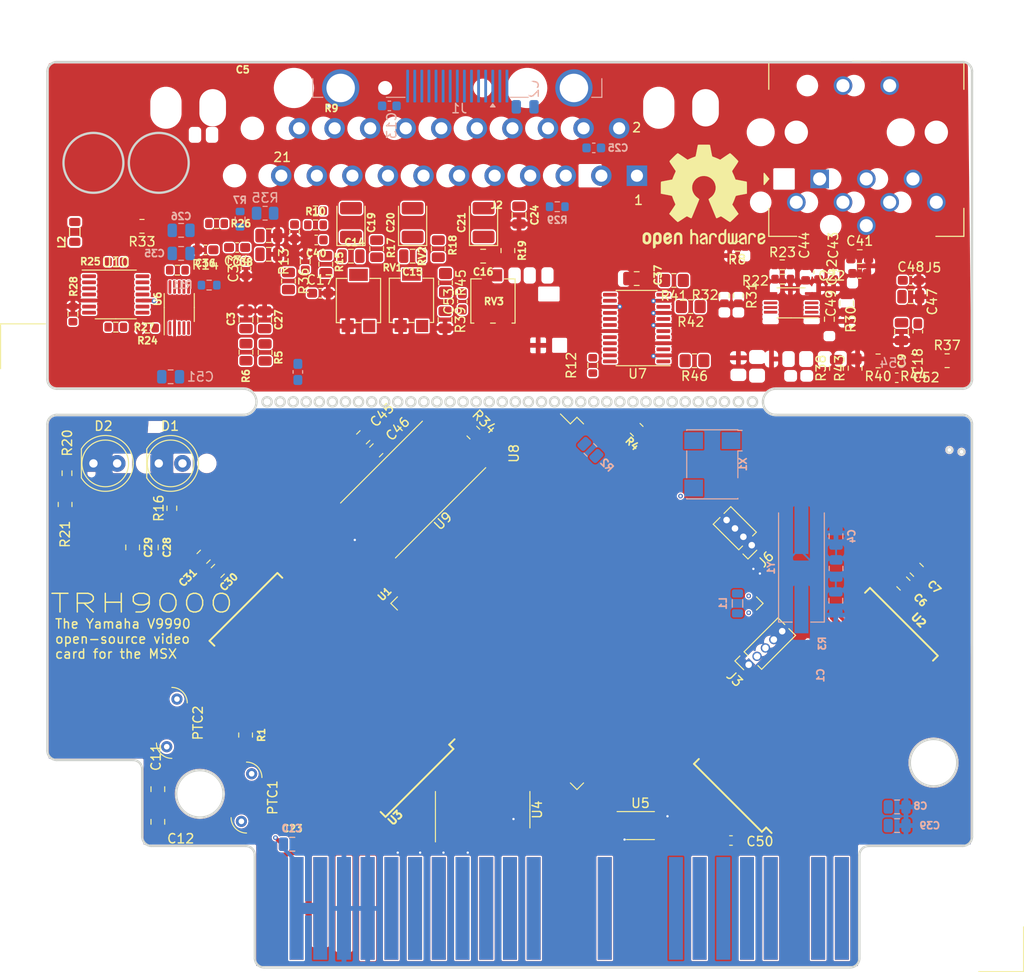
<source format=kicad_pcb>
(kicad_pcb (version 20211014) (generator pcbnew)
  (title_block (date "2022-08-08") (rev "AB") (comment 2 "Shared under CERN-OHL-S license") (comment 3 "TRH9000 - Open Source MSX Graphics Card based on the Yamaha V9990") (comment 4 "Designed  by: Cristiano Goncalves, Doomn00b, SD_snatcher & Sunrise"))
  (layers (0 "F.Cu" mixed "More_Digital") (1 "In1.Cu" power "GND") (2 "In2.Cu" power "POWER") (31 "B.Cu" mixed "More_Analog") (34 "B.Paste" user) (35 "F.Paste" user) (36 "B.SilkS" user "B.Silkscreen") (37 "F.SilkS" user "F.Silkscreen") (38 "B.Mask" user) (39 "F.Mask" user) (44 "Edge.Cuts" user))
  (net 0 "")
  (net 1 "GND")
  (net 2 "+5VA")
  (net 3 "+5V")
  (net 4 "/VIDEO/ROUT")
  (net 5 "/VIDEO/GOUT")
  (net 6 "/VIDEO/BOUT")
  (net 8 "VMID")
  (net 13 "/~{WAIT}")
  (net 14 "/~{M1}")
  (net 15 "/~{RESET}")
  (net 16 "/A7")
  (net 17 "/A1")
  (net 18 "/A3")
  (net 19 "/A5")
  (net 20 "/D1")
  (net 21 "/D3")
  (net 22 "/D5")
  (net 23 "/D7")
  (net 24 "+12V")
  (net 25 "/D6")
  (net 26 "/D4")
  (net 27 "/D2")
  (net 28 "/D0")
  (net 29 "/A4")
  (net 30 "/A2")
  (net 31 "/A0")
  (net 32 "/A6")
  (net 33 "/~{IORQ}")
  (net 34 "/~{WR}")
  (net 35 "/~{RD}")
  (net 38 "/VDP/~{VDPW}")
  (net 39 "/VDP/~{VDPR}")
  (net 41 "/GNDe")
  (net 42 "Net-(C42-Pad1)")
  (net 43 "/~{CSYNCe_}")
  (net 44 "/SOUNDOUT")
  (net 45 "/~{CSYNCe}")
  (net 46 "Net-(J5-PadSH)")
  (net 47 "/VDP/~{CSYNCi}")
  (net 48 "/VDP/V0A8")
  (net 49 "/VDP/V0A7")
  (net 50 "/VDP/V0A6")
  (net 51 "/VDP/V0A5")
  (net 52 "/VDP/V0A4")
  (net 53 "/VDP/V0A3")
  (net 54 "/VDP/V0A2")
  (net 55 "/VDP/V0A1")
  (net 56 "/VDP/V0A0")
  (net 57 "/VDP/V0D7")
  (net 58 "/VDP/V0D6")
  (net 59 "/VDP/V0D5")
  (net 60 "/VDP/V0D4")
  (net 61 "/VDP/V0D3")
  (net 62 "/VDP/V0D2")
  (net 63 "/VDP/V0D1")
  (net 64 "/VDP/V0D0")
  (net 65 "/VDP/V0S7")
  (net 66 "/VDP/V0S6")
  (net 67 "/VDP/V0S5")
  (net 68 "/VDP/V0S4")
  (net 69 "/VDP/V0S3")
  (net 70 "/VDP/V0S2")
  (net 71 "/VDP/V0S1")
  (net 72 "/VDP/V0S0")
  (net 73 "/VDP/V1S7")
  (net 74 "/VDP/V1S6")
  (net 75 "/VDP/V1S5")
  (net 76 "/VDP/V1S4")
  (net 77 "/VDP/V1S3")
  (net 78 "/VDP/V1S2")
  (net 79 "/VDP/V1S1")
  (net 80 "/VDP/V1S0")
  (net 83 "/VDP/V1A8")
  (net 84 "/VDP/V1A7")
  (net 85 "/VDP/V1A6")
  (net 86 "/VDP/V1A5")
  (net 87 "/VDP/V1A4")
  (net 88 "/VDP/V1A3")
  (net 89 "/VDP/V1A2")
  (net 90 "/VDP/V1A1")
  (net 91 "/VDP/V1A0")
  (net 92 "/VDP/V1D0")
  (net 93 "/VDP/V1D1")
  (net 94 "/VDP/V1D2")
  (net 95 "/VDP/V1D3")
  (net 96 "/VDP/V1D4")
  (net 97 "/VDP/V1D5")
  (net 98 "/VDP/V1D6")
  (net 99 "/VDP/V1D7")
  (net 100 "/V9958_HSYNC")
  (net 122 "/~{INT}")
  (net 123 "/VDP/VMREQ")
  (net 124 "/VIDEO/Rm")
  (net 125 "/VIDEO/Gm")
  (net 126 "/VDP/MCKIN")
  (net 127 "/~{Y6}")
  (net 128 "/VIDEO/Bm")
  (net 129 "/VDP/Ri")
  (net 130 "/VIDEO/RO")
  (net 131 "/VIDEO/RIN")
  (net 132 "/VIDEO/GO")
  (net 133 "/VIDEO/GIN")
  (net 134 "/VIDEO/BO")
  (net 135 "/VIDEO/BIN")
  (net 136 "Net-(C32-Pad1)")
  (net 140 "/VIDEO/+12V-1K")
  (net 144 "/VDP/Gi")
  (net 145 "/VIDEO/~{CSYNCi_}")
  (net 146 "/VIDEO/HSYNC")
  (net 147 "/VIDEO/HSOUT")
  (net 148 "/VIDEO/VSYNC")
  (net 149 "/VIDEO/VSOUT")
  (net 150 "/VDP/~{V0_RAS}")
  (net 151 "/VDP/~{V0_CAS}")
  (net 152 "/VDP/~{V0_WE}")
  (net 153 "/VDP/~{V0_TR}")
  (net 154 "/VDP/~{V0_SC}")
  (net 155 "/VDP/~{VO_SOE}")
  (net 156 "/VDP/~{V1_RAS}")
  (net 157 "/VDP/~{V1_CAS}")
  (net 158 "/VDP/~{V1_WE}")
  (net 159 "/VDP/~{V1_TR}")
  (net 160 "/VDP/~{V1_SC}")
  (net 161 "/VDP/~{V1_SOE}")
  (net 163 "/V9958_VSYNC")
  (net 164 "/VIDEO/RO_")
  (net 165 "Net-(J2-Pad21)")
  (net 166 "+12VA")
  (net 167 "/VIDEO/2.5VA")
  (net 168 "/VIDEO/Col_GND")
  (net 169 "Net-(C40-Pad1)")
  (net 170 "/VIDEO/GO_")
  (net 171 "/VIDEO/BO_")
  (net 172 "Net-(J1-PadSH)")
  (net 173 "/VDP/Y+")
  (net 174 "/VDP/Y-")
  (net 175 "/VIDEO/GNDD")
  (net 176 "/VIDEO/VGA_GND")
  (net 177 "/VIDEO/~{CSYNCO}")
  (net 178 "/VIDEO/~{CSYNCA}")
  (net 179 "/VIDEO/CSOUT")
  (net 180 "Net-(D1-Pad1)")
  (net 181 "+5VP")
  (net 182 "Net-(D2-Pad1)")
  (net 183 "Net-(R20-Pad1)")
  (net 184 "/VDP/R")
  (net 185 "/VIDEO/AUGND")
  (net 188 "/VDP/Bi")
  (net 189 "/Re")
  (net 190 "/Ge")
  (net 191 "/Be")
  (net 192 "/VDP/~{KWE}")
  (net 193 "/VDP/KA16")
  (net 194 "/VDP/KA15")
  (net 195 "/VDP/KA14")
  (net 196 "/VDP/KA13")
  (net 197 "/VDP/KA12")
  (net 198 "/VDP/KA11")
  (net 200 "/VDP/KA10")
  (net 201 "/VDP/KA9")
  (net 202 "/VDP/~{KOE}")
  (net 203 "/VDP/~{YSi}")
  (net 209 "/VIDEO/REXTi")
  (net 210 "/REXTe")
  (net 211 "/HSOe")
  (net 212 "/VSOe")
  (net 217 "/VDP/G")
  (net 218 "/VDP/B")
  (net 219 "12VP")
  (net 220 "/VIDEO/HSYNCA")
  (net 221 "/VIDEO/VSYNCA")
  (net 223 "Net-(R12-Pad2)")
  (net 224 "Net-(R13-Pad1)")
  (net 225 "/VIDEO/~{CSYNCA}_")
  (net 226 "/VIDEO/HSYNCA_")
  (net 227 "/VIDEO/VSYNCA_")
  (footprint "Package_SO:VSSOP-10_3x3mm_P0.5mm" (layer "F.Cu") (at 177.9425 55.8 180)
    (fp_text reference "U8")
    (fp_text value "LMH1980" hide)
  )
  (footprint "Resistor_SMD:R_0603_1608Metric_Pad0.98x0.95mm_HandSolder" (layer "F.Cu") (at 100.365 74.05 90)
    (fp_text reference "R20")
    (fp_text value "R_RT0603BRE075KL" hide)
  )
  (footprint "Resistor_SMD:R_0805_2012Metric" (layer "F.Cu") (at 182.8 62.8 90)
    (fp_text reference "R38")
    (fp_text value "75R" hide)
  )
  (footprint "Resistor_SMD:R_0805_2012Metric" (layer "F.Cu") (at 124.0925 53.4625 -90)
    (fp_text reference "R36")
    (fp_text value "100R" hide)
  )
  (footprint "Capacitor_SMD:C_0603_1608Metric" (layer "F.Cu") (at 185.2925 52.65)
    (fp_text reference "C22")
    (fp_text value "47pF" hide)
  )
  (footprint "Package_SO:SSOP-8_2.95x2.8mm_P0.65mm" (layer "F.Cu") (at 161.8 111.8)
    (fp_text reference "U5")
    (fp_text value "T.I_SN74LVC2G32DCTR" hide)
  )
  (footprint "Capacitor_SMD:C_0603_1608Metric" (layer "F.Cu") (at 119.5425 52.125 -90)
    (fp_text reference "C33")
    (fp_text value "47pF" hide)
  )
  (footprint "Capacitor_SMD:C_0603_1608Metric_Pad1.08x0.95mm_HandSolder" (layer "F.Cu") (at 118.5925 49.8695)
    (fp_text reference "C34")
    (fp_text value "C_CL10B104KB8NNNL" hide)
  )
  (footprint "Package_SO:TSOP-I-32_12.4x8mm_P0.5mm" (layer "F.Cu") (at 137 75.8 -135)
    (fp_text reference "U9")
    (fp_text value "SST39SF010A-lrj" hide)
  )
  (footprint "Capacitor_SMD:C_0805_2012Metric" (layer "F.Cu") (at 110.1 107.9 90)
    (fp_text reference "C11")
    (fp_text value "C_CC0805JPX7R9BB104" hide)
  )
  (footprint "Capacitor_SMD:C_0603_1608Metric_Pad1.08x0.95mm_HandSolder" (layer "F.Cu") (at 115.1925 50.1195 180)
    (fp_text reference "C36")
    (fp_text value "C_CL10B104KB8NNNL" hide)
  )
  (footprint "LRJ:Fuse_BelFuse_0ZRC0025FF_L7.4mm_W3.1mm" (layer "F.Cu") (at 111.6 100.8 90)
    (fp_text reference "PTC2")
    (fp_text value "F_0ZRC0025FF1E" hide)
  )
  (footprint "Resistor_SMD:R_0603_1608Metric" (layer "F.Cu") (at 116.3925 47.307 180)
    (fp_text reference "R26")
    (fp_text value "100" hide)
  )
  (footprint "Potentiometer_SMD:Potentiometer_Bourns_3314G_Vertical" (layer "F.Cu") (at 131.5925 55.55 180)
    (fp_text reference "RV1")
    (fp_text value "500R" hide)
  )
  (footprint "Capacitor_SMD:C_0603_1608Metric_Pad1.08x0.95mm_HandSolder" (layer "F.Cu") (at 142.717502 55.654545 90)
    (fp_text reference "C53")
    (fp_text value "C_CL10B104KB8NNNL" hide)
  )
  (footprint "Resistor_SMD:R_0805_2012Metric" (layer "F.Cu") (at 147.6 50.2 -90)
    (fp_text reference "R19")
    (fp_text value "75R" hide)
  )
  (footprint "Package_SO:VSSOP-10_3x3mm_P0.5mm" (layer "F.Cu") (at 112.3925 56.3 90)
    (fp_text reference "U6")
    (fp_text value "LMH1980" hide)
  )
  (footprint "Capacitor_SMD:C_0603_1608Metric" (layer "F.Cu") (at 124.7425 48.182 -90)
    (fp_text reference "C32" hide)
    (fp_text value "47pF" hide)
  )
  (footprint "LRJ:R_0603_1608Metric_roundcourt" (layer "F.Cu") (at 182.0425 57.55 -90)
    (fp_text reference "R30")
    (fp_text value "R_RC0603FR-0710KL" hide)
  )
  (footprint "Capacitor_Tantalum_SMD:CP_EIA-3528-15_AVX-H" (layer "F.Cu") (at 137.3925 47.2 90)
    (fp_text reference "C20")
    (fp_text value "C_TCJB227" hide)
  )
  (footprint "Potentiometer_SMD:Potentiometer_Bourns_3314G_Vertical" (layer "F.Cu") (at 137.2675 55.5305 180)
    (fp_text reference "RV2")
    (fp_text value "500R" hide)
  )
  (footprint "Resistor_SMD:R_0603_1608Metric" (layer "F.Cu") (at 111.6 77.8 -90)
    (fp_text reference "R16")
    (fp_text value "120R" hide)
  )
  (footprint "Capacitor_SMD:C_0805_2012Metric" (layer "F.Cu") (at 119.5425 57.6125 90)
    (fp_text reference "C3")
    (fp_text value "C_GRM21BR61A476ME15K" hide)
  )
  (footprint "LRJ:Fuse_BelFuse_0ZRC0025FF_L7.4mm_W3.1mm" (layer "F.Cu") (at 119.6 108.8 90)
    (fp_text reference "PTC1")
    (fp_text value "F_0ZRC0025FF1E" hide)
  )
  (footprint "Capacitor_SMD:C_0603_1608Metric_Pad1.08x0.95mm_HandSolder" (layer "F.Cu") (at 171.5 113.4 180)
    (fp_text reference "C50")
    (fp_text value "C_CL10B104KB8NNNL" hide)
  )
  (footprint "LRJ:C_0603_1608Metric_round_court" (layer "F.Cu") (at 182.4925 52.5125 -90)
    (fp_text reference "C43")
    (fp_text value "47pF" hide)
  )
  (footprint "Capacitor_SMD:C_0805_2012Metric" (layer "F.Cu") (at 189.7675 58.8875 -90)
    (fp_text reference "C9")
    (fp_text value "C_CL21B106KOQNNNE" hide)
  )
  (footprint "Capacitor_SMD:C_0805_2012Metric" (layer "F.Cu") (at 185.2925 50.85)
    (fp_text reference "C41")
    (fp_text value "C_CC0805JPX7R9BB104" hide)
  )
  (footprint "Resistor_SMD:R_0805_2012Metric" (layer "F.Cu") (at 187.2625 62.02 180)
    (fp_text reference "R40")
    (fp_text value "75R" hide)
  )
  (footprint "Resistor_SMD:R_0805_2012Metric" (layer "F.Cu") (at 194.66 62)
    (fp_text reference "R37")
    (fp_text value "100R" hide)
  )
  (footprint "Capacitor_SMD:C_0805_2012Metric" (layer "F.Cu") (at 121.9925 50.6)
    (fp_text reference "C38")
    (fp_text value "C_CL21B106KOQNNNE" hide)
  )
  (footprint "Capacitor_SMD:C_0805_2012Metric_Pad1.18x1.45mm_HandSolder" (layer "F.Cu") (at 116.52028 84.520279 -135)
    (fp_text reference "C30")
    (fp_text value "C_CL21B105KBFNNNF" hide)
  )
  (footprint "Capacitor_SMD:C_0805_2012Metric" (layer "F.Cu") (at 110.1 111.4 -90)
    (fp_text reference "C12")
    (fp_text value "C_CL21B106KOQNNNE" hide)
  )
  (footprint "Resistor_SMD:R_0603_1608Metric" (layer "F.Cu") (at 105.6 58.4 180)
    (fp_text reference "R27")
    (fp_text value "100" hide)
  )
  (footprint "Resistor_SMD:R_0603_1608Metric" (layer "F.Cu") (at 172.1925 49.75)
    (fp_text reference "R8")
    (fp_text value "R_ERJ-3GEYJ105V" hide)
  )
  (footprint "Connector_PinSocket_1.27mm:PinSocket_1x04_P1.27mm_Vertical" (layer "F.Cu") (at 173.725825 81.761181 -135)
    (fp_text reference "J6")
    (fp_text value "Conn_01x04_Female")
  )
  (footprint "Resistor_SMD:R_0805_2012Metric" (layer "F.Cu") (at 140.867502 57.614545 -90)
    (fp_text reference "R39")
    (fp_text value "75R" hide)
  )
  (footprint "LRJ:SCART-21_Female_Horizontal_P1.905x2.54mm_EdgePinOffset10.7mm" (layer "F.Cu") (at 142.375 26.4)
    (fp_text reference "J2")
    (fp_text value "Console5_SCART" hide)
  )
  (footprint "Symbol:OSHW-Logo2_14.6x12mm_SilkScreen" (layer "F.Cu") (at 168.6 44.4)
    (fp_text reference "LOGO1" hide)
    (fp_text value "Logo_Open_Hardware_Small" hide)
  )
  (footprint "Resistor_SMD:R_0805_2012Metric" (layer "F.Cu") (at 119.5 102.1 90)
    (fp_text reference "R1")
    (fp_text value "4K7" hide)
  )
  (footprint "Capacitor_SMD:C_0603_1608Metric" (layer "F.Cu") (at 180.8925 52.5125 -90)
    (fp_text reference "C42")
    (fp_text value "47pF" hide)
  )
  (footprint "Package_SO:TSSOP-14_4.4x5mm_P0.65mm" (layer "F.Cu") (at 105.5925 54.9)
    (fp_text reference "U10")
    (fp_text value "THS7374-lrj" hide)
  )
  (footprint "Capacitor_SMD:C_0805_2012Metric" (layer "F.Cu") (at 191.4 84.4 135)
    (fp_text reference "C7")
    (fp_text value "C_CC0805JPX7R9BB104" hide)
  )
  (footprint "Capacitor_Tantalum_SMD:CP_EIA-3528-15_AVX-H" (layer "F.Cu") (at 130.7925 47.2 90)
    (fp_text reference "C19")
    (fp_text value "C_TCJB227" hide)
  )
  (footprint "Capacitor_SMD:C_0603_1608Metric_Pad1.08x0.95mm_HandSolder" (layer "F.Cu") (at 191.5175 58.8875 -90)
    (fp_text reference "C18")
    (fp_text value "C_CL10B104KB8NNNL" hide)
  )
  (footprint "Resistor_SMD:R_0603_1608Metric" (layer "F.Cu") (at 105.6 51.4)
    (fp_text reference "R25")
    (fp_text value "100" hide)
  )
  (footprint "Resistor_SMD:R_0805_2012Metric" (layer "F.Cu") (at 140.1425 50 -90)
    (fp_text reference "R18")
    (fp_text value "75R" hide)
  )
  (footprint "Resistor_SMD:R_0603_1608Metric" (layer "F.Cu") (at 112.1925 52.3)
    (fp_text reference "R14")
    (fp_text value "75" hide)
  )
  (footprint "Resistor_SMD:R_0805_2012Metric_Pad1.20x1.40mm_HandSolder" (layer "F.Cu") (at 165.3925 53.4 180)
    (fp_text reference "R41")
    (fp_text value "R_CRCW08054K99FKEAHP" hide)
  )
  (footprint "Connector_PinSocket_1.27mm:PinSocket_1x05_P1.27mm_Vertical" (layer "F.Cu") (at 173.396878 94.567767 135)
    (fp_text reference "J3")
    (fp_text value "Conn_01x05_Female")
  )
  (footprint "LRJ:Jack_DIN_CUI_SDF-80J_Horizontal" (layer "F.Cu") (at 186 37.525 180)
    (fp_text reference "J5")
    (fp_text value "DIN-8_SDF-80J")
  )
  (footprint "LRJ:R_0603_1608Metric_roundcourt" (layer "F.Cu") (at 108.9925 58.5)
    (fp_text reference "R24")
    (fp_text value "R_RC0603FR-0710KL" hide)
  )
  (footprint "Capacitor_SMD:C_0603_1608Metric_Pad1.08x0.95mm_HandSolder" (layer "F.Cu") (at 189.2625 63.82)
    (fp_text reference "C52")
    (fp_text value "C_CL10B104KB8NNNL" hide)
  )
  (footprint "Capacitor_SMD:C_0805_2012Metric" (layer "F.Cu") (at 124.5 113.8)
    (fp_text reference "C23")
    (fp_text value "C_CL21B106KOQNNNE" hide)
  )
  (footprint "Potentiometer_SMD:Potentiometer_Bourns_3314G_Vertical" (layer "F.Cu") (at 146 55.6 180)
    (fp_text reference "RV3")
    (fp_text value "500R" hide)
  )
  (footprint "Capacitor_SMD:C_0805_2012Metric" (layer "F.Cu") (at 115 83 -135)
    (fp_text reference "C31")
    (fp_text value "C_CC0805JPX7R9BB104" hide)
  )
  (footprint "Package_SO:SO-16_3.9x9.9mm_P1.27mm" (layer "F.Cu") (at 144.9 110.1 90)
    (fp_text reference "U4" hide)
    (fp_text value "74VHC138" hide)
  )
  (footprint "Capacitor_SMD:C_0603_1608Metric_Pad1.08x0.95mm_HandSolder" (layer "F.Cu") (at 190.7675 53.3875)
    (fp_text reference "C48")
    (fp_text value "C_CL10B104KB8NNNL" hide)
  )
  (footprint "trh9000:msx_edge-conn-LP_v2" (layer "F.Cu") (at 152.9 120.8)
    (fp_text reference "BUS1" hide)
    (fp_text value "MSX-CONN_L-P_v2")
  )
  (footprint "Resistor_SMD:R_0805_2012Metric" (layer "F.Cu") (at 161.4 69.4 135)
    (fp_text reference "R4")
    (fp_text value "4K7" hide)
  )
  (footprint "trh9000:LQFP-128_28x28mm_P0.8mm" (layer "F.Cu") (at 155 88 -45)
    (fp_text reference "U1")
    (fp_text value "V9990" hide)
  )
  (footprint "LRJ:R_0603_1608Metric_roundcourt" (layer "F.Cu") (at 125.8925 51.382 90)
    (fp_text reference "R13")
    (fp_text value "R_RC0603FR-0710KL" hide)
  )
  (footprint "Capacitor_SMD:C_0805_2012Metric" (layer "F.Cu") (at 133.5 71.6 -135)
    (fp_text reference "C46")
    (fp_text value "C_CC0805JPX7R9BB104" hide)
  )
  (footprint "LRJ:C_0603_1608Metric_round_court" (layer "F.Cu") (at 179.4925 52.6125 90)
    (fp_text reference "C44")
    (fp_text value "C_CL10B104KB8NNNL" hide)
  )
  (footprint "Capacitor_SMD:C_0805_2012Metric" (layer "F.Cu") (at 183.8925 55.85 90)
    (fp_text reference "C49")
    (fp_text value "10nF" hide)
  )
  (footprint "Resistor_SMD:R_0805_2012Metric_Pad1.20x1.40mm_HandSolder" (layer "F.Cu") (at 167.1925 56.2 180)
    (fp_text reference "R42")
    (fp_text value "R_CRCW08054K99FKEAHP" hide)
  )
  (footprint "Inductor_SMD:L_0805_2012Metric" (layer "F.Cu") (at 101.2 48.2 90)
    (fp_text reference "L2")
    (fp_text value "L_MLZ2012M4R7HT000" hide)
  )
  (footprint "trh9000:SOJ-40_400mil" (layer "F.Cu") (at 180.6 99.4 135)
    (fp_text reference "U2")
    (fp_text value "KM428C256" hide)
  )
  (footprint "Resistor_SMD:R_0805_2012Metric" (layer "F.Cu") (at 143.9 69.7 -45)
    (fp_text reference "R34")
    (fp_text value "4K7" hide)
  )
  (footprint "LRJ:R_0603_1608Metric_roundcourt" (layer "F.Cu") (at 156.6925 62.5 90)
    (fp_text reference "R12")
    (fp_text value "R_RC0603FR-0710KL" hide)
  )
  (footprint "Capacitor_SMD:C_0603_1608Metric" (layer "F.Cu") (at 127.0675 49.0625 180)
    (fp_text reference "C40")
    (fp_text value "47pF" hide)
  )
  (footprint "Resistor_SMD:R_0805_2012Metric" (layer "F.Cu") (at 119.5425 61.0875 90)
    (fp_text reference "R6")
    (fp_text value "4K7" hide)
  )
  (footprint "Capacitor_SMD:C_0805_2012Metric" (layer "F.Cu") (at 121.9925 48.6)
    (fp_text reference "C5")
    (fp_text value "C_CC0805JPX7R9BB104" hide)
  )
  (footprint "Resistor_SMD:R_0805_2012Metric" (layer "F.Cu") (at 133.5425 50 -90)
    (fp_text reference "R17")
    (fp_text value "75R" hide)
  )
  (footprint "Capacitor_SMD:C_0805_2012Metric" (layer "F.Cu") (at 144.95 50.8 180)
    (fp_text reference "C16")
    (fp_text value "100nF" hide)
  )
  (footprint "Capacitor_SMD:C_0805_2012Metric" (layer "F.Cu") (at 137.3925 50.8 180)
    (fp_text reference "C15")
    (fp_text value "100nF" hide)
  )
  (footprint "Capacitor_SMD:C_0805_2012Metric" (layer "F.Cu") (at 130.7925 50.8 180)
    (fp_text reference "C14")
    (fp_text value "100nF" hide)
  )
  (footprint "Resistor_SMD:R_0603_1608Metric" (layer "F.Cu") (at 126.9925 45.9445 180)
    (fp_text reference "R9")
    (fp_text value "75" hide)
  )
  (footprint "Resistor_SMD:R_0603_1608Metric" (layer "F.Cu") (at 172.2925 55.0125 -90)
    (fp_text reference "R31")
    (fp_text value "100" hide)
  )
  (footprint "Capacitor_SMD:C_0805_2012Metric" (layer "F.Cu") (at 190.7675 55.1375)
    (fp_text reference "C47")
    (fp_text value "C_CL21B106KOQNNNE" hide)
  )
  (footprint "trh9000:MSX-cart-dummy_RA" (layer "F.Cu") (at 147.95 92.75)
    (fp_text reference "Cart1" hide)
    (fp_text value "MSX-cartridge_dummy" hide)
  )
  (footprint "Resistor_SMD:R_0603_1608Metric" (layer "F.Cu") (at 101 57 90)
    (fp_text reference "R28")
    (fp_text value "100" hide)
  )
  (footprint "Resistor_SMD:R_0805_2012Metric_Pad1.20x1.40mm_HandSolder" (layer "F.Cu") (at 140.917502 53.654545 -90)
    (fp_text reference "R45")
    (fp_text value "R_CRCW08054K99FKEAHP" hide)
  )
  (footprint "Resistor_SMD:R_0805_2012Metric" (layer "F.Cu") (at 121.5925 61.1125 -90)
    (fp_text reference "R5")
    (fp_text value "4K7" hide)
  )
  (footprint "Resistor_SMD:R_0603_1608Metric" (layer "F.Cu") (at 170.7925 55.0125 -90)
    (fp_text reference "R32")
    (fp_text value "100" hide)
  )
  (footprint "Capacitor_SMD:C_0805_2012Metric_Pad1.18x1.45mm_HandSolder" (layer "F.Cu") (at 109.4 82 -90)
    (fp_text reference "C28")
    (fp_text value "C_CL21B105KBFNNNF" hide)
  )
  (footprint "Resistor_SMD:R_0603_1608Metric" (layer "F.Cu") (at 126.9925 47.4445)
    (fp_text reference "R10")
    (fp_text value "100" hide)
  )
  (footprint "Resistor_SMD:R_0805_2012Metric" (layer "F.Cu") (at 100.165 77.4 -90)
    (fp_text reference "R21")
    (fp_text value "100R" hide)
  )
  (footprint "trh9000:SOJ-40_400mil" (layer "F.Cu") (at 128.7 97.8 -135)
    (fp_text reference "U3")
    (fp_text value "KM428C256" hide)
  )
  (footprint "Resistor_SMD:R_0805_2012Metric_Pad1.20x1.40mm_HandSolder" (layer "F.Cu") (at 184.8 62.8 90)
    (fp_text reference "R43")
    (fp_text value "R_CRCW08054K99FKEAHP" hide)
  )
  (footprint "LED_THT:LED_D5.0mm" (layer "F.Cu") (at 103.2 73)
    (fp_text reference "D2")
    (fp_text value "LO_LED_LTL2R3K" hide)
  )
  (footprint "Capacitor_SMD:C_0805_2012Metric" (layer "F.Cu") (at 107.4 82 -90)
    (fp_text reference "C29")
    (fp_text value "C_CC0805JPX7R9BB104" hide)
  )
  (footprint "LRJ:R_0603_1608Metric_roundcourt" (layer "F.Cu") (at 176.9925 51.725 180)
    (fp_text reference "R23")
    (fp_text value "100" hide)
  )
  (footprint "LED_THT:LED_D5.0mm" (layer "F.Cu") (at 110.2 73)
    (fp_text reference "D1")
    (fp_text value "SunLED_XCVG12D" hide)
  )
  (footprint "Capacitor_Tantalum_SMD:CP_EIA-3528-15_AVX-H" (layer "F.Cu") (at 144.9925 47.2 90)
    (fp_text reference "C21")
    (fp_text value "C_TCJB227" hide)
  )
  (footprint "Capacitor_SMD:C_0805_2012Metric" (layer "F.Cu") (at 121.5425 57.6125 -90)
    (fp_text reference "C27")
    (fp_text value "10nF" hide)
  )
  (footprint "Resistor_SMD:R_0805_2012Metric" (layer "F.Cu") (at 108.4 47.6 180)
    (fp_text reference "R33")
    (fp_text value "75R" hide)
  )
  (footprint "Capacitor_SMD:C_0805_2012Metric" (layer "F.Cu") (at 161.4 53.2)
    (fp_text reference "C37")
    (fp_text value "C_CC0805JPX7R9BB104" hide)
  )
  (footprint "Capacitor_SMD:C_0805_2012Metric" (layer "F.Cu") (at 132.1 70.2 -135)
    (fp_text reference "C45")
    (fp_text value "C_CL21B106KOQNNNE" hide)
  )
  (footprint "Resistor_SMD:R_0603_1608Metric" (layer "F.Cu") (at 177.0425 53.2625)
    (fp_text reference "R22")
    (fp_text value "75" hide)
  )
  (footprint "Resistor_SMD:R_0805_2012Metric" (layer "F.Cu") (at 128.0925 51.6625 -90)
    (fp_text reference "R15")
    (fp_text value "75R" hide)
  )
  (footprint "Resistor_SMD:R_0805_2012Metric_Pad1.20x1.40mm_HandSolder" (layer "F.Cu") (at 167.5925 62 180)
    (fp_text reference "R46")
    (fp_text value "R_CRCW08054K99FKEAHP" hide)
  )
  (footprint "Package_SO:TSSOP-24_4.4x7.8mm_P0.65mm" (layer "F.Cu") (at 161.3925 58.5 180)
    (fp_text reference "U7")
    (fp_text value "AD8188" hide)
  )
  (footprint "Capacitor_SMD:C_0805_2012Metric" (layer "F.Cu") (at 189.971751 85.871751 -45)
    (fp_text reference "C6")
    (fp_text value "10nF" hide)
  )
  (footprint "Capacitor_SMD:C_0603_1608Metric_Pad1.08x0.95mm_HandSolder" (layer "F.Cu") (at 127.4925 54.7695)
    (fp_text reference "C17")
    (fp_text value "C_CL10B104KB8NNNL" hide)
  )
  (footprint "Resistor_SMD:R_0805_2012Metric_Pad1.20x1.40mm_HandSolder" (layer "F.Cu") (at 191.0625 62.02 180)
    (fp_text reference "R44")
    (fp_text value "R_CRCW08054K99FKEAHP" hide)
  )
  (footprint "Capacitor_SMD:C_0805_2012Metric" (layer "F.Cu") (at 148.7925 46.4 -90)
    (fp_text reference "C24")
    (fp_text value "C_CC0805JPX7R9BB104" hide)
  )
  (footprint "Capacitor_SMD:C_0603_1608Metric" (layer "B.Cu") (at 156.8 39.2 180)
    (fp_text reference "C25")
    (fp_text value "C_GRM188D71A106KA73D" hide)
  )
  (footprint "Capacitor_SMD:C_0805_2012Metric" (layer "B.Cu") (at 111.47 63.72 180)
    (fp_text reference "C51")
    (fp_text value "C_CL21B106KOQNNNE" hide)
  )
  (footprint "Resistor_SMD:R_0805_2012Metric" (layer "B.Cu") (at 156.441942 71.558058 135)
    (fp_text reference "R2")
    (fp_text value "4K7" hide)
  )
  (footprint "Capacitor_SMD:C_0603_1608Metric" (layer "B.Cu") (at 134.9 34.7)
    (fp_text reference "C13")
    (fp_text value "C_GRM188D71A106KA73D" hide)
  )
  (footprint "Capacitor_SMD:C_0805_2012Metric" (layer "B.Cu") (at 182.733045 87.711268 -90)
    (fp_text reference "C1")
    (fp_text value "27pF" hide)
  )
  (footprint "Capacitor_SMD:C_0805_2012Metric" (layer "B.Cu") (at 189.3 109.8 180)
    (fp_text reference "C8")
    (fp_text value "10nF" hide)
  )
  (footprint "trh9000:Crystal_HC49-US_Vertical_cy_mod" (layer "B.Cu") (at 179.05 84.2 90)
    (fp_text reference "Y1")
    (fp_text value "Y_HCM4921477270ABJT" hide)
  )
  (footprint "Resistor_SMD:R_0603_1608Metric" (layer "B.Cu") (at 115.5925 53.9)
    (fp_text reference "R11")
    (fp_text value "R_ERJ-3GEYJ105V" hide)
  )
  (footprint "Resistor_SMD:R_0603_1608Metric" (layer "B.Cu") (at 118.9125 46.8375 90)
    (fp_text reference "R7")
    (fp_text value "R_ERJ-3GEYJ105V" hide)
  )
  (footprint "Resistor_SMD:R_0805_2012Metric" (layer "B.Cu") (at 121.5925 46.2 180)
    (fp_text reference "R35")
    (fp_text value "75R" hide)
  )
  (footprint "Capacitor_SMD:C_0805_2012Metric" (layer "B.Cu") (at 124.5 113.8)
    (fp_text reference "C10")
    (fp_text value "C_CC0805JPX7R9BB104" hide)
  )
  (footprint "Capacitor_SMD:C_0805_2012Metric" (layer "B.Cu") (at 112.5925 50.507 180)
    (fp_text reference "C35")
    (fp_text value "C_CL21B106KOQNNNE" hide)
  )
  (footprint "Inductor_SMD:L_0805_2012Metric" (layer "B.Cu") (at 172.2 88 -90)
    (fp_text reference "L1")
    (fp_text value "L_MLZ2012M4R7HT000" hide)
  )
  (footprint "LRJ:C_0805_2012Metric_round_court" (layer "B.Cu") (at 149.45 34.8)
    (fp_text reference "C2")
    (fp_text value "C_CC0805JPX7R9BB104" hide)
  )
  (footprint "Oscillator:Oscillator_SMD_Abracon_ASV-4Pin_7.0x5.1mm" (layer "B.Cu") (at 169.5 73.1 -90)
    (fp_text reference "X1")
    (fp_text value "Crystek_CE3291" hide)
  )
  (footprint "Capacitor_SMD:C_0805_2012Metric" (layer "B.Cu") (at 189.3 111.8)
    (fp_text reference "C39")
    (fp_text value "C_CL21B106KOQNNNE" hide)
  )
  (footprint "Capacitor_SMD:C_0805_2012Metric" (layer "B.Cu") (at 112.5925 48.032)
    (fp_text reference "C26")
    (fp_text value "10nF" hide)
  )
  (footprint "Resistor_SMD:R_0805_2012Metric" (layer "B.Cu") (at 182.76 84.249999 -90)
    (fp_text reference "R3")
    (fp_text value "10M" hide)
  )
  (footprint "Resistor_SMD:R_0603_1608Metric" (layer "B.Cu") (at 152.8925 45.5)
    (fp_text reference "R29")
    (fp_text value "1k" hide)
  )
  (footprint "Capacitor_SMD:C_0603_1608Metric_Pad1.08x0.95mm_HandSolder" (layer "B.Cu") (at 125.1 63.2 90)
    (fp_text reference "C54")
    (fp_text value "C_CL10B104KB8NNNL" hide)
  )
  (footprint "LRJ:Norcomp_DSUB-15-HD_Female_Horizontal_SMD_P0.77x1.98mm" (layer "B.Cu") (at 142.18 29.38)
    (fp_text reference "J1")
    (fp_text value "Norcomp_200-015-263R001" hide)
  )
  (footprint "Capacitor_SMD:C_0805_2012Metric" (layer "B.Cu") (at 182.75 80.8 90)
    (fp_text reference "C4")
    (fp_text value "27pF" hide)
  )
  (gr_line (start 196.32625 67.8) (end 176.32625 67.8) (layer "Edge.Cuts") (width 0.25))
  (gr_circle (center 152.6 66.4) (end 153.1 66.4) (layer "Edge.Cuts") (width 0.25) (fill none))
  (gr_arc (start 185.26125 114.9825) (mid 185.554143 114.275393) (end 186.26125 113.9825) (layer "Edge.Cuts") (width 0.25))
  (gr_circle (center 123.2 66.4) (end 123.7 66.4) (layer "Edge.Cuts") (width 0.25) (fill none))
  (gr_circle (center 155.4 66.4) (end 155.9 66.4) (layer "Edge.Cuts") (width 0.25) (fill none))
  (gr_line (start 108.42625 105.775) (end 108.42625 112.9825) (layer "Edge.Cuts") (width 0.25))
  (gr_circle (center 148.4 66.4) (end 148.9 66.4) (layer "Edge.Cuts") (width 0.25) (fill none))
  (gr_circle (center 134.4 66.4) (end 134.9 66.4) (layer "Edge.Cuts") (width 0.25) (fill none))
  (gr_arc (start 119.49125 113.9825) (mid 120.198357 114.275393) (end 120.49125 114.9825) (layer "Edge.Cuts") (width 0.25))
  (gr_arc (start 98.26625 68.8) (mid 98.559143 68.092893) (end 99.26625 67.8) (layer "Edge.Cuts") (width 0.25))
  (gr_circle (center 144.2 66.4) (end 144.7 66.4) (layer "Edge.Cuts") (width 0.25) (fill none))
  (gr_circle (center 159.6 66.4) (end 160.1 66.4) (layer "Edge.Cuts") (width 0.25) (fill none))
  (gr_circle (center 135.8 66.4) (end 136.3 66.4) (layer "Edge.Cuts") (width 0.25) (fill none))
  (gr_line (start 197.32625 112.9825) (end 197.32625 68.8) (layer "Edge.Cuts") (width 0.25))
  (gr_line (start 98.26625 31) (end 98.26625 64) (layer "Edge.Cuts") (width 0.25))
  (gr_circle (center 137.2 66.4) (end 137.7 66.4) (layer "Edge.Cuts") (width 0.25) (fill none))
  (gr_arc (start 174.92625 66.4) (mid 175.336301 65.410051) (end 176.32625 65) (layer "Edge.Cuts") (width 0.25))
  (gr_circle (center 169.4 66.4) (end 169.9 66.4) (layer "Edge.Cuts") (width 0.25) (fill none))
  (gr_circle (center 172.3 66.4) (end 172.8 66.4) (layer "Edge.Cuts") (width 0.25) (fill none))
  (gr_circle (center 147 66.4) (end 147.5 66.4) (layer "Edge.Cuts") (width 0.25) (fill none))
  (gr_circle (center 127.4 66.4) (end 127.9 66.4) (layer "Edge.Cuts") (width 0.25) (fill none))
  (gr_line (start 120.49125 114.9825) (end 120.49125 126) (layer "Edge.Cuts") (width 0.25))
  (gr_circle (center 166.6 66.4) (end 167.1 66.4) (layer "Edge.Cuts") (width 0.25) (fill none))
  (gr_circle (center 168 66.4) (end 168.5 66.4) (layer "Edge.Cuts") (width 0.25) (fill none))
  (gr_circle (center 142.8 66.4) (end 143.3 66.4) (layer "Edge.Cuts") (width 0.25) (fill none))
  (gr_circle (center 165.2 66.4) (end 165.7 66.4) (layer "Edge.Cuts") (width 0.25) (fill none))
  (gr_circle (center 130.2 66.4) (end 130.7 66.4) (layer "Edge.Cuts") (width 0.25) (fill none))
  (gr_arc (start 196.32625 30) (mid 197.033357 30.292893) (end 197.32625 31) (layer "Edge.Cuts") (width 0.25))
  (gr_arc (start 176.32625 67.8) (mid 175.336301 67.389949) (end 174.92625 66.4) (layer "Edge.Cuts") (width 0.25))
  (gr_circle (center 173.8 66.4) (end 174.3 66.4) (layer "Edge.Cuts") (width 0.25) (fill none))
  (gr_circle (center 145.6 66.4) (end 146.1 66.4) (layer "Edge.Cuts") (width 0.25) (fill none))
  (gr_circle (center 140 66.4) (end 140.5 66.4) (layer "Edge.Cuts") (width 0.25) (fill none))
  (gr_line (start 99.26625 104.775) (end 107.42625 104.775) (layer "Edge.Cuts") (width 0.25))
  (gr_circle locked (center 114.6 108.4) (end 117.14 108.4) (layer "Edge.Cuts") (width 0.25) (fill none))
  (gr_circle (center 141.4 66.4) (end 141.9 66.4) (layer "Edge.Cuts") (width 0.25) (fill none))
  (gr_circle (center 126 66.4) (end 126.5 66.4) (layer "Edge.Cuts") (width 0.25) (fill none))
  (gr_arc (start 120.66625 66.4) (mid 120.256199 67.389949) (end 119.26625 67.8) (layer "Edge.Cuts") (width 0.25))
  (gr_circle (center 151.2 66.4) (end 151.7 66.4) (layer "Edge.Cuts") (width 0.25) (fill none))
  (gr_circle (center 170.8 66.4) (end 171.3 66.4) (layer "Edge.Cuts") (width 0.25) (fill none))
  (gr_circle (center 103.2 40.8) (end 106.4079 40.8) (layer "Edge.Cuts") (width 0.25) (fill none))
  (gr_arc (start 99.26625 65) (mid 98.559143 64.707107) (end 98.26625 64) (layer "Edge.Cuts") (width 0.25))
  (gr_line (start 196.32625 65) (end 176.32625 65) (layer "Edge.Cuts") (width 0.25))
  (gr_arc (start 197.32625 112.9825) (mid 197.033357 113.689607) (end 196.32625 113.9825) (layer "Edge.Cuts") (width 0.25))
  (gr_line (start 185.26125 126) (end 185.26125 114.9825) (layer "Edge.Cuts") (width 0.25))
  (gr_circle (center 149.8 66.4) (end 150.3 66.4) (layer "Edge.Cuts") (width 0.25) (fill none))
  (gr_circle (center 162.4 66.4) (end 162.9 66.4) (layer "Edge.Cuts") (width 0.25) (fill none))
  (gr_circle (center 124.6 66.4) (end 125.1 66.4) (layer "Edge.Cuts") (width 0.25) (fill none))
  (gr_line (start 197.32625 64) (end 197.32625 31) (layer "Edge.Cuts") (width 0.25))
  (gr_line (start 98.26625 68.8) (end 98.26625 103.775) (layer "Edge.Cuts") (width 0.25))
  (gr_circle (center 161 66.4) (end 161.5 66.4) (layer "Edge.Cuts") (width 0.25) (fill none))
  (gr_arc (start 107.42625 104.775) (mid 108.133357 105.067893) (end 108.42625 105.775) (layer "Edge.Cuts") (width 0.25))
  (gr_line (start 196.32625 30) (end 99.26625 30) (layer "Edge.Cuts") (width 0.25))
  (gr_circle (center 158.2 66.4) (end 158.7 66.4) (layer "Edge.Cuts") (width 0.25) (fill none))
  (gr_circle (center 194.9 71.56) (end 195.2 71.56) (layer "Edge.Cuts") (width 0.2) (fill none))
  (gr_line (start 109.42625 113.9825) (end 119.49125 113.9825) (layer "Edge.Cuts") (width 0.25))
  (gr_circle (center 133 66.4) (end 133.5 66.4) (layer "Edge.Cuts") (width 0.25) (fill none))
  (gr_arc (start 185.26125 126) (mid 184.968357 126.707107) (end 184.26125 127) (layer "Edge.Cuts") (width 0.25))
  (gr_circle (center 110.2 40.8) (end 113.4079 40.8) (layer "Edge.Cuts") (width 0.25) (fill none))
  (gr_circle (center 121.8 66.4) (end 122.3 66.4) (layer "Edge.Cuts") (width 0.25) (fill none))
  (gr_circle (center 138.6 66.4) (end 139.1 66.4) (layer "Edge.Cuts") (width 0.25) (fill none))
  (gr_arc (start 109.42625 113.9825) (mid 108.719143 113.689607) (end 108.42625 112.9825) (layer "Edge.Cuts") (width 0.25))
  (gr_circle (center 131.6 66.4) (end 132.1 66.4) (layer "Edge.Cuts") (width 0.25) (fill none))
  (gr_line (start 121.49125 127) (end 184.26125 127) (layer "Edge.Cuts") (width 0.25))
  (gr_arc (start 99.26625 104.775) (mid 98.559143 104.482107) (end 98.26625 103.775) (layer "Edge.Cuts") (width 0.25))
  (gr_arc (start 197.32625 64) (mid 197.033357 64.707107) (end 196.32625 65) (layer "Edge.Cuts") (width 0.25))
  (gr_arc (start 196.32625 67.8) (mid 197.033357 68.092893) (end 197.32625 68.8) (layer "Edge.Cuts") (width 0.25))
  (gr_circle (center 128.8 66.4) (end 129.3 66.4) (layer "Edge.Cuts") (width 0.25) (fill none))
  (gr_circle (center 156.8 66.4) (end 157.3 66.4) (layer "Edge.Cuts") (width 0.25) (fill none))
  (gr_line (start 99.26625 65) (end 119.26625 65) (layer "Edge.Cuts") (width 0.25))
  (gr_arc (start 119.26625 65) (mid 120.256199 65.410051) (end 120.66625 66.4) (layer "Edge.Cuts") (width 0.25))
  (gr_circle (center 196.2 71.76) (end 196.5 71.76) (layer "Edge.Cuts") (width 0.2) (fill none))
  (gr_line (start 186.26125 113.9825) (end 196.32625 113.9825) (layer "Edge.Cuts") (width 0.25))
  (gr_arc (start 98.26625 31) (mid 98.559143 30.292893) (end 99.26625 30) (layer "Edge.Cuts") (width 0.25))
  (gr_line (start 99.26625 67.8) (end 119.26625 67.8) (layer "Edge.Cuts") (width 0.25))
  (gr_circle (center 154 66.4) (end 154.5 66.4) (layer "Edge.Cuts") (width 0.25) (fill none))
  (gr_circle (center 163.8 66.4) (end 164.3 66.4) (layer "Edge.Cuts") (width 0.25) (fill none))
  (gr_circle locked (center 193.2 105.06) (end 195.74 105.06) (layer "Edge.Cuts") (width 0.25) (fill none))
  (gr_arc (start 121.49125 127) (mid 120.784143 126.707107) (end 120.49125 126) (layer "Edge.Cuts") (width 0.25))
  (gr_text "TRH9000" (at 108.4 88) (layer "F.SilkS") (effects (font (size 2 3))))
  (gr_text "The Yamaha V9990 \nopen-source video \ncard for the MSX" (at 99 91.8) (layer "F.SilkS") (effects (font (size 1 1)) (justify left)))
  (via (at 163.1925 61.5) (size 0.5) (drill 0.25) (layers "F.Cu" "B.Cu") (net 1))
  (via (at 159.5925 56.2) (size 0.5) (drill 0.25) (layers "F.Cu" "B.Cu") (net 1))
  (via (at 163.1925 58.2) (size 0.5) (drill 0.25) (layers "F.Cu" "B.Cu") (net 1))
  (via (at 160.1 113.3) (size 0.5) (drill 0.25) (layers "F.Cu" "B.Cu") (net 1))
  (via (at 131.2 81.2) (size 0.5) (drill 0.25) (layers "F.Cu" "B.Cu") (net 1))
  (via (at 163.1925 55.6) (size 0.5) (drill 0.25) (layers "F.Cu" "B.Cu") (net 1))
  (via (at 148.2 111.1) (size 0.5) (drill 0.25) (layers "F.Cu" "B.Cu") (net 1))
  (via (at 163.1925 56.9) (size 0.5) (drill 0.25) (layers "F.Cu" "B.Cu") (net 1))
  (via (at 128.3925 34.7) (size 0.5) (drill 0.25) (layers "F.Cu" "B.Cu") (net 1))
  (segment (start 109.6425 55.55) (end 109.6925 55.6) (width 0.4) (layer "F.Cu") (net 2))
  (segment (start 108.455 55.55) (end 109.6425 55.55) (width 0.4) (layer "F.Cu") (net 2))
  (via (at 173.4 89) (size 0.5) (drill 0.25) (layers "F.Cu" "B.Cu") (net 2))
  (via (at 109.6925 55.6) (size 0.5) (drill 0.25) (layers "F.Cu" "B.Cu") (net 2))
  (segment (start 123.4 113.8) (end 122.7 113.1) (width 0.4) (layer "F.Cu") (net 3))
  (segment (start 123.55 113.8) (end 123.4 113.8) (width 0.4) (layer "F.Cu") (net 3))
  (via (at 122.7 113.1) (size 0.5) (drill 0.25) (layers "F.Cu" "B.Cu") (net 3))
  (segment (start 123.55 113.8) (end 123.55 114.25) (width 0.4) (layer "B.Cu") (net 3))
  (segment (start 123.55 114.25) (end 124.96 115.66) (width 0.4) (layer "B.Cu") (net 3))
  (segment (start 127.5 120.673) (end 124.96 120.673) (width 1.2) (layer "B.Cu") (net 3))
  (segment (start 124.96 115.66) (end 124.96 120.673) (width 0.4) (layer "B.Cu") (net 3))
  (via (at 143.3 114.7) (size 0.5) (drill 0.25) (layers "F.Cu" "B.Cu") (net 20))
  (via (at 140.7 114.7) (size 0.5) (drill 0.25) (layers "F.Cu" "B.Cu") (net 21))
  (via (at 138.2 114.7) (size 0.5) (drill 0.25) (layers "F.Cu" "B.Cu") (net 22))
  (via (at 135.8 114.7) (size 0.5) (drill 0.25) (layers "F.Cu" "B.Cu") (net 23))
  (segment (start 135.4 84.1) (end 136.2 83.3) (width 0.2) (layer "F.Cu") (net 57))
  (segment (start 137.289235 83.3) (end 137.994082 84.004847) (width 0.2) (layer "F.Cu") (net 57))
  (segment (start 133.862214 82.037786) (end 134.7 81.2) (width 0.2) (layer "F.Cu") (net 57))
  (segment (start 133.2 82.8) (end 133.2 83.2) (width 0.2) (layer "F.Cu") (net 57))
  (segment (start 118.4 90.7) (end 124.9 97.2) (width 0.2) (layer "F.Cu") (net 57))
  (segment (start 134.7 78.9) (end 131.4 75.6) (width 0.2) (layer "F.Cu") (net 57))
  (segment (start 129.1 75.6) (end 127.2 77.5) (width 0.2) (layer "F.Cu") (net 57))
  (segment (start 133.862214 82.119767) (end 133.862214 82.037786) (width 0.2) (layer "F.Cu") (net 57))
  (segment (start 123.9 79.5) (end 118.4 85) (width 0.2) (layer "F.Cu") (net 57))
  (segment (start 134.7 81.2) (end 134.7 78.9) (width 0.2) (layer "F.Cu") (net 57))
  (segment (start 122.6 100.3) (end 122.6 103.2) (width 0.2) (layer "F.Cu") (net 57))
  (segment (start 131.4 75.6) (end 129.1 75.6) (width 0.2) (layer "F.Cu") (net 57))
  (segment (start 127.2 77.5) (end 127.2 78.3) (width 0.2) (layer "F.Cu") (net 57))
  (segment (start 126 79.5) (end 123.9 79.5) (width 0.2) (layer "F.Cu") (net 57))
  (segment (start 133.862214 82.119767) (end 133.862214 82.137786) (width 0.2) (layer "F.Cu") (net 57))
  (segment (start 126.886179 105.9) (end 128.7 104.086179) (width 0.2) (layer "F.Cu") (net 57))
  (segment (start 118.4 85) (end 118.4 90.7) (width 0.2) (layer "F.Cu") (net 57))
  (segment (start 127.2 78.3) (end 126 79.5) (width 0.2) (layer "F.Cu") (net 57))
  (segment (start 133.2 83.2) (end 134.1 84.1) (width 0.2) (layer "F.Cu") (net 57))
  (segment (start 136.2 83.3) (end 137.289235 83.3) (width 0.2) (layer "F.Cu") (net 57))
  (segment (start 134.1 84.1) (end 135.4 84.1) (width 0.2) (layer "F.Cu") (net 57))
  (segment (start 133.862214 82.137786) (end 133.2 82.8) (width 0.2) (layer "F.Cu") (net 57))
  (segment (start 124.9 98) (end 122.6 100.3) (width 0.2) (layer "F.Cu") (net 57))
  (segment (start 124.9 97.2) (end 124.9 98) (width 0.2) (layer "F.Cu") (net 57))
  (segment (start 125.3 105.9) (end 126.886179 105.9) (width 0.2) (layer "F.Cu") (net 57))
  (segment (start 122.6 103.2) (end 125.3 105.9) (width 0.2) (layer "F.Cu") (net 57))
  (segment (start 125.8 98.8) (end 123.6 101) (width 0.2) (layer "F.Cu") (net 58))
  (segment (start 134 84.5) (end 135.5 84.5) (width 0.2) (layer "F.Cu") (net 58))
  (segment (start 123.6 103.2) (end 125.3 104.9) (width 0.2) (layer "F.Cu") (net 58))
  (segment (start 123.6 101) (end 123.6 103.2) (width 0.2) (layer "F.Cu") (net 58))
  (segment (start 133.50866 81.79134) (end 132.7 82.6) (width 0.2) (layer "F.Cu") (net 58))
  (segment (start 132.7 83.2) (end 134 84.5) (width 0.2) (layer "F.Cu") (net 58))
  (segment (start 126.1 79.9) (end 124.1 79.9) (width 0.2) (layer "F.Cu") (net 58))
  (segment (start 125.8 97.4) (end 125.8 98.8) (width 0.2) (layer "F.Cu") (net 58))
  (segment (start 132.7 82.6) (end 132.7 83.2) (width 0.2) (layer "F.Cu") (net 58))
  (segment (start 133.50866 81.766213) (end 133.50866 81.69134) (width 0.2) (layer "F.Cu") (net 58))
  (segment (start 136.757864 83.9) (end 137.428396 84.570532) (width 0.2) (layer "F.Cu") (net 58))
  (segment (start 134.3 79) (end 131.3 76) (width 0.2) (layer "F.Cu") (net 58))
  (segment (start 127.6 77.6) (end 127.6 78.4) (width 0.2) (layer "F.Cu") (net 58))
  (segment (start 131.3 76) (end 129.2 76) (width 0.2) (layer "F.Cu") (net 58))
  (segment (start 136.1 83.9) (end 136.757864 83.9) (width 0.2) (layer "F.Cu") (net 58))
  (segment (start 118.8 90.4) (end 125.8 97.4) (width 0.2) (layer "F.Cu") (net 58))
  (segment (start 125.3 104.9) (end 126.090128 104.9) (width 0.2) (layer "F.Cu") (net 58))
  (segment (start 134.3 80.9) (end 134.3 79) (width 0.2) (layer "F.Cu") (net 58))
  (segment (start 133.50866 81.69134) (end 134.3 80.9) (width 0.2) (layer "F.Cu") (net 58))
  (segment (start 124.1 79.9) (end 118.8 85.2) (width 0.2) (layer "F.Cu") (net 58))
  (segment (start 129.2 76) (end 127.6 77.6) (width 0.2) (layer "F.Cu") (net 58))
  (segment (start 135.5 84.5) (end 136.1 83.9) (width 0.2) (layer "F.Cu") (net 58))
  (segment (start 127.6 78.4) (end 126.1 79.9) (width 0.2) (layer "F.Cu") (net 58))
  (segment (start 133.50866 81.766213) (end 133.50866 81.79134) (width 0.2) (layer "F.Cu") (net 58))
  (segment (start 118.8 85.2) (end 118.8 90.4) (width 0.2) (layer "F.Cu") (net 58))
  (segment (start 126.090128 104.9) (end 127.801974 103.188154) (width 0.2) (layer "F.Cu") (net 58))
  (segment (start 125 103.4) (end 125.8 103.4) (width 0.2) (layer "F.Cu") (net 59))
  (segment (start 135.9 84.6) (end 136.326493 84.6) (width 0.2) (layer "F.Cu") (net 59))
  (segment (start 129.2 76.5) (end 128.1 77.6) (width 0.2) (layer "F.Cu") (net 59))
  (segment (start 124.2 80.3) (end 119.3 85.2) (width 0.2) (layer "F.Cu") (net 59))
  (segment (start 128.1 77.6) (end 128.1 78.5) (width 0.2) (layer "F.Cu") (net 59))
  (segment (start 126.3 80.3) (end 124.2 80.3) (width 0.2) (layer "F.Cu") (net 59))
  (segment (start 119.3 85.2) (end 119.3 90.3) (width 0.2) (layer "F.Cu") (net 59))
  (segment (start 132.3 83.3) (end 133.9 84.9) (width 0.2) (layer "F.Cu") (net 59))
  (segment (start 126.6 97.6) (end 126.6 99.9) (width 0.2) (layer "F.Cu") (net 59))
  (segment (start 126.6 99.9) (end 124.3 102.2) (width 0.2) (layer "F.Cu") (net 59))
  (segment (start 124.3 102.7) (end 125 103.4) (width 0.2) (layer "F.Cu") (net 59))
  (segment (start 133.155107 81.444893) (end 132.3 82.3) (width 0.2) (layer "F.Cu") (net 59))
  (segment (start 128.1 78.5) (end 126.3 80.3) (width 0.2) (layer "F.Cu") (net 59))
  (segment (start 135.6 84.9) (end 135.9 84.6) (width 0.2) (layer "F.Cu") (net 59))
  (segment (start 131.3 76.5) (end 129.2 76.5) (width 0.2) (layer "F.Cu") (net 59))
  (segment (start 119.3 90.3) (end 126.6 97.6) (width 0.2) (layer "F.Cu") (net 59))
  (segment (start 133.155107 81.41266) (end 133.155107 81.444893) (width 0.2) (layer "F.Cu") (net 59))
  (segment (start 133.9 80.667767) (end 133.9 79.1) (width 0.2) (layer "F.Cu") (net 59))
  (segment (start 126.903949 102.296051) (end 126.903949 102.290128) (width 0.2) (layer "F.Cu") (net 59))
  (segment (start 125.8 103.4) (end 126.903949 102.296051) (width 0.2) (layer "F.Cu") (net 59))
  (segment (start 133.155107 81.41266) (end 133.9 80.667767) (width 0.2) (layer "F.Cu") (net 59))
  (segment (start 133.9 79.1) (end 131.3 76.5) (width 0.2) (layer "F.Cu") (net 59))
  (segment (start 132.3 82.3) (end 132.3 83.3) (width 0.2) (layer "F.Cu") (net 59))
  (segment (start 133.9 84.9) (end 135.6 84.9) (width 0.2) (layer "F.Cu") (net 59))
  (segment (start 124.3 102.2) (end 124.3 102.7) (width 0.2) (layer "F.Cu") (net 59))
  (segment (start 136.326493 84.6) (end 136.862711 85.136218) (width 0.2) (layer "F.Cu") (net 59))
  (segment (start 127 100.398025) (end 126.005923 101.392102) (width 0.2) (layer "F.Cu") (net 60))
  (segment (start 124.4 80.7) (end 119.7 85.4) (width 0.2) (layer "F.Cu") (net 60))
  (segment (start 132.801553 81.059107) (end 132.840893 81.059107) (width 0.2) (layer "F.Cu") (net 60))
  (segment (start 128.5 77.7) (end 128.5 78.7) (width 0.2) (layer "F.Cu") (net 60))
  (segment (start 119.7 85.4) (end 119.7 90) (width 0.2) (layer "F.Cu") (net 60))
  (segment (start 132.840893 81.059107) (end 133.5 80.4) (width 0.2) (layer "F.Cu") (net 60))
  (segment (start 133.7 85.3) (end 135.895123 85.3) (width 0.2) (layer "F.Cu") (net 60))
  (segment (start 133.5 79.5) (end 130.9 76.9) (width 0.2) (layer "F.Cu") (net 60))
  (segment (start 127 97.3) (end 127 100.398025) (width 0.2) (layer "F.Cu") (net 60))
  (segment (start 135.895123 85.3) (end 136.297026 85.701903) (width 0.2) (layer "F.Cu") (net 60))
  (segment (start 132.801553 81.059107) (end 132.801553 81.098447) (width 0.2) (layer "F.Cu") (net 60))
  (segment (start 130.9 76.9) (end 129.3 76.9) (width 0.2) (layer "F.Cu") (net 60))
  (segment (start 119.7 90) (end 127 97.3) (width 0.2) (layer "F.Cu") (net 60))
  (segment (start 128.5 78.7) (end 126.5 80.7) (width 0.2) (layer "F.Cu") (net 60))
  (segment (start 133.5 80.4) (end 133.5 79.5) (width 0.2) (layer "F.Cu") (net 60))
  (segment (start 126.5 80.7) (end 124.4 80.7) (width 0.2) (layer "F.Cu") (net 60))
  (segment (start 131.9 83.5) (end 133.7 85.3) (width 0.2) (layer "F.Cu") (net 60))
  (segment (start 132.801553 81.098447) (end 131.9 82) (width 0.2) (layer "F.Cu") (net 60))
  (segment (start 129.3 76.9) (end 128.5 77.7) (width 0.2) (layer "F.Cu") (net 60))
  (segment (start 131.9 82) (end 131.9 83.5) (width 0.2) (layer "F.Cu") (net 60))
  (segment (start 124.7 83.2) (end 121.6 86.3) (width 0.2) (layer "F.Cu") (net 61))
  (segment (start 131.394077 94.069675) (end 131.394077 94.207898) (width 0.2) (layer "F.Cu") (net 61))
  (segment (start 130.101975 95.5) (end 131.394077 94.207898) (width 0.2) (layer "F.Cu") (net 61))
  (segment (start 130.026777 83.2) (end 124.7 83.2) (width 0.2) (layer "F.Cu") (net 61))
  (segment (start 132.448 80.705553) (end 132.448 80.778777) (width 0.2) (layer "F.Cu") (net 61))
  (segment (start 135.73134 89.76866) (end 135.73134 89.732412) (width 0.2) (layer "F.Cu") (net 61))
  (segment (start 129.5 95.5) (end 130.101975 95.5) (width 0.2) (layer "F.Cu") (net 61))
  (segment (start 131.394077 94.207898) (end 131.394077 94.105923) (width 0.2) (layer "F.Cu") (net 61))
  (segment (start 131.394077 94.105923) (end 135.73134 89.76866) (width 0.2) (layer "F.Cu") (net 61))
  (segment (start 132.448 80.778777) (end 130.026777 83.2) (width 0.2) (layer "F.Cu") (net 61))
  (segment (start 121.6 87.6) (end 129.5 95.5) (width 0.2) (layer "F.Cu") (net 61))
  (segment (start 121.6 86.3) (end 121.6 87.6) (width 0.2) (layer "F.Cu") (net 61))
  (segment (start 129.9 96.4) (end 130.998025 96.4) (width 0.2) (layer "F.Cu") (net 62))
  (segment (start 130.998025 96.4) (end 132.292102 95.105923) (width 0.2) (layer "F.Cu") (net 62))
  (segment (start 124.6 82.8) (end 121.2 86.2) (width 0.2) (layer "F.Cu") (net 62))
  (segment (start 121.2 86.2) (end 121.2 87.7) (width 0.2) (layer "F.Cu") (net 62))
  (segment (start 131.601553 79.998447) (end 128.8 82.8) (width 0.2) (layer "F.Cu") (net 62))
  (segment (start 131.740893 79.998447) (end 131.601553 79.998447) (width 0.2) (layer "F.Cu") (net 62))
  (segment (start 132.292102 95.105923) (end 134.8 92.598025) (width 0.2) (layer "F.Cu") (net 62))
  (segment (start 121.2 87.7) (end 129.9 96.4) (width 0.2) (layer "F.Cu") (net 62))
  (segment (start 134.8 92.598025) (end 134.8 91.795123) (width 0.2) (layer "F.Cu") (net 62))
  (segment (start 128.8 82.8) (end 124.6 82.8) (width 0.2) (layer "F.Cu") (net 62))
  (segment (start 134.8 91.795123) (end 136.297026 90.298097) (width 0.2) (layer "F.Cu") (net 62))
  (segment (start 131.38734 79.644893) (end 131.355107 79.644893) (width 0.2) (layer "F.Cu") (net 63))
  (segment (start 133.190128 96.003949) (end 135.4 93.794077) (width 0.2) (layer "F.Cu") (net 63))
  (segment (start 130.4 97.4) (end 131.9 97.4) (width 0.2) (layer "F.Cu") (net 63))
  (segment (start 131.355107 79.644893) (end 128.6 82.4) (width 0.2) (layer "F.Cu") (net 63))
  (segment (start 131.9 97.4) (end 133.190128 96.109872) (width 0.2) (layer "F.Cu") (net 63))
  (segment (start 120.8 87.8) (end 130.4 97.4) (width 0.2) (layer "F.Cu") (net 63))
  (segment (start 128.6 82.4) (end 124.5 82.4) (width 0.2) (layer "F.Cu") (net 63))
  (segment (start 124.5 82.4) (end 120.8 86.1) (width 0.2) (layer "F.Cu") (net 63))
  (segment (start 120.8 86.1) (end 120.8 87.8) (width 0.2) (layer "F.Cu") (net 63))
  (segment (start 135.4 93.794077) (end 135.4 92.326493) (width 0.2) (layer "F.Cu") (net 63))
  (segment (start 133.190128 96.109872) (end 133.190128 96.003949) (width 0.2) (layer "F.Cu") (net 63))
  (segment (start 135.4 92.326493) (end 136.862711 90.863782) (width 0.2) (layer "F.Cu") (net 63))
  (segment (start 134.088154 97.111846) (end 134.088154 96.901974) (width 0.2) (layer "F.Cu") (net 64))
  (segment (start 128.3 82) (end 124.2 82) (width 0.2) (layer "F.Cu") (net 64))
  (segment (start 131.1 98.6) (end 132.6 98.6) (width 0.2) (layer "F.Cu") (net 64))
  (segment (start 132.6 98.6) (end 134.088154 97.111846) (width 0.2) (layer "F.Cu") (net 64))
  (segment (start 124.2 82) (end 120.3 85.9) (width 0.2) (layer "F.Cu") (net 64))
  (segment (start 120.3 87.8) (end 131.1 98.6) (width 0.2) (layer "F.Cu") (net 64))
  (segment (start 136.2 94.790128) (end 136.2 92.657864) (width 0.2) (layer "F.Cu") (net 64))
  (segment (start 136.2 92.657864) (end 137.428396 91.429468) (width 0.2) (layer "F.Cu") (net 64))
  (segment (start 131.00866 79.29134) (end 128.3 82) (width 0.2) (layer "F.Cu") (net 64))
  (segment (start 120.3 85.9) (end 120.3 87.8) (width 0.2) (layer "F.Cu") (net 64))
  (segment (start 131.033787 79.29134) (end 131.00866 79.29134) (width 0.2) (layer "F.Cu") (net 64))
  (segment (start 134.088154 96.901974) (end 136.2 94.790128) (width 0.2) (layer "F.Cu") (net 64))
  (segment (start 181.498026 104.788154) (end 180.009872 103.3) (width 0.2) (layer "F.Cu") (net 92))
  (segment (start 167.4 104.9) (end 167.4 98.702944) (width 0.2) (layer "F.Cu") (net 92))
  (segment (start 176.8 106) (end 171.7 106) (width 0.2) (layer "F.Cu") (net 92))
  (segment (start 171.7 106) (end 170.8 106.9) (width 0.2) (layer "F.Cu") (net 92))
  (segment (start 167.4 98.702944) (end 166.349064 97.652008) (width 0.2) (layer "F.Cu") (net 92))
  (segment (start 170.8 106.9) (end 169.4 106.9) (width 0.2) (layer "F.Cu") (net 92))
  (segment (start 180.009872 103.3) (end 179.5 103.3) (width 0.2) (layer "F.Cu") (net 92))
  (segment (start 169.4 106.9) (end 167.4 104.9) (width 0.2) (layer "F.Cu") (net 92))
  (segment (start 179.5 103.3) (end 176.8 106) (width 0.2) (layer "F.Cu") (net 92))
  (segment (start 166.986322 97.086322) (end 166.914749 97.086322) (width 0.2) (layer "F.Cu") (net 93))
  (segment (start 179.5 102.6) (end 176.6 105.5) (width 0.2) (layer "F.Cu") (net 93))
  (segment (start 168.1 103) (end 168.1 98.2) (width 0.2) (layer "F.Cu") (net 93))
  (segment (start 170.6 105.5) (end 168.1 103) (width 0.2) (layer "F.Cu") (net 93))
  (segment (start 182.396051 103.890128) (end 181.105923 102.6) (width 0.2) (layer "F.Cu") (net 93))
  (segment (start 168.1 98.2) (end 166.986322 97.086322) (width 0.2) (layer "F.Cu") (net 93))
  (segment (start 176.6 105.5) (end 170.6 105.5) (width 0.2) (layer "F.Cu") (net 93))
  (segment (start 181.105923 102.6) (end 179.5 102.6) (width 0.2) (layer "F.Cu") (net 93))
  (segment (start 172.6 104.6) (end 171.5 104.6) (width 0.2) (layer "F.Cu") (net 94))
  (segment (start 177.3 104.1) (end 173.1 104.1) (width 0.2) (layer "F.Cu") (net 94))
  (segment (start 168.8 97.8) (end 167.520637 96.520637) (width 0.2) (layer "F.Cu") (net 94))
  (segment (start 167.520637 96.520637) (end 167.480435 96.520637) (width 0.2) (layer "F.Cu") (net 94))
  (segment (start 173.1 104.1) (end 172.6 104.6) (width 0.2) (layer "F.Cu") (net 94))
  (segment (start 181.701975 101.4) (end 180 101.4) (width 0.2) (layer "F.Cu") (net 94))
  (segment (start 168.8 101.9) (end 168.8 97.8) (width 0.2) (layer "F.Cu") (net 94))
  (segment (start 171.5 104.6) (end 168.8 101.9) (width 0.2) (layer "F.Cu") (net 94))
  (segment (start 180 101.4) (end 177.3 104.1) (width 0.2) (layer "F.Cu") (net 94))
  (segment (start 183.294077 102.992102) (end 181.701975 101.4) (width 0.2) (layer "F.Cu") (net 94))
  (segment (start 168.04612 95.954951) (end 169.6 97.508831) (width 0.2) (layer "F.Cu") (net 95))
  (segment (start 177 103.7) (end 180.5 100.2) (width 0.2) (layer "F.Cu") (net 95))
  (segment (start 169.6 97.508831) (end 169.6 101) (width 0.2) (layer "F.Cu") (net 95))
  (segment (start 180.5 100.2) (end 182.298025 100.2) (width 0.2) (layer "F.Cu") (net 95))
  (segment (start 169.6 101) (end 172.3 103.7) (width 0.2) (layer "F.Cu") (net 95))
  (segment (start 172.3 103.7) (end 177 103.7) (width 0.2) (layer "F.Cu") (net 95))
  (segment (start 182.298025 100.2) (end 184.192102 102.094077) (width 0.2) (layer "F.Cu") (net 95))
  (segment (start 178.1 101.6) (end 176.9 102.8) (width 0.2) (layer "F.Cu") (net 96))
  (segment (start 170 99.6) (end 170 95.646089) (width 0.2) (layer "F.Cu") (net 96))
  (segment (start 177.007898 96.705923) (end 178.1 97.798025) (width 0.2) (layer "F.Cu") (net 96))
  (segment (start 176.9 102.8) (end 173.2 102.8) (width 0.2) (layer "F.Cu") (net 96))
  (segment (start 173.2 102.8) (end 170 99.6) (width 0.2) (layer "F.Cu") (net 96))
  (segment (start 178.1 97.798025) (end 178.1 101.6) (width 0.2) (layer "F.Cu") (net 96))
  (segment (start 170 95.646089) (end 169.177491 94.82358) (width 0.2) (layer "F.Cu") (net 96))
  (segment (start 169.757895 94.257895) (end 169.743176 94.257895) (width 0.2) (layer "F.Cu") (net 97))
  (segment (start 177.1 101.9) (end 174.1 101.9) (width 0.2) (layer "F.Cu") (net 97))
  (segment (start 176.109872 97.603949) (end 177.6 99.094077) (width 0.2) (layer "F.Cu") (net 97))
  (segment (start 177.6 99.094077) (end 177.6 101.4) (width 0.2) (layer "F.Cu") (net 97))
  (segment (start 170.7 98.5) (end 170.7 95.2) (width 0.2) (layer "F.Cu") (net 97))
  (segment (start 174.1 101.9) (end 170.7 98.5) (width 0.2) (layer "F.Cu") (net 97))
  (segment (start 177.6 101.4) (end 177.1 101.9) (width 0.2) (layer "F.Cu") (net 97))
  (segment (start 170.7 95.2) (end 169.757895 94.257895) (width 0.2) (layer "F.Cu") (net 97))
  (segment (start 171.3 94.683348) (end 170.308862 93.69221) (width 0.2) (layer "F.Cu") (net 98))
  (segment (start 176.9 100.2) (end 176.9 100.9) (width 0.2) (layer "F.Cu") (net 98))
  (segment (start 171.3 97.2) (end 171.3 94.683348) (width 0.2) (layer "F.Cu") (net 98))
  (segment (start 176.9 100.9) (end 176.3 101.5) (width 0.2) (layer "F.Cu") (net 98))
  (segment (start 176.3 101.5) (end 175.6 101.5) (width 0.2) (layer "F.Cu") (net 98))
  (segment (start 175.211846 98.501974) (end 175.211846 98.511846) (width 0.2) (layer "F.Cu") (net 98))
  (segment (start 175.6 101.5) (end 171.3 97.2) (width 0.2) (layer "F.Cu") (net 98))
  (segment (start 175.211846 98.511846) (end 176.9 100.2) (width 0.2) (layer "F.Cu") (net 98))
  (segment (start 174.313821 99.4) (end 174.313821 99.313821) (width 0.2) (layer "F.Cu") (net 99))
  (segment (start 171.8 94.051977) (end 170.874547 93.126524) (width 0.2) (layer "F.Cu") (net 99))
  (segment (start 171.8 96.8) (end 171.8 94.051977) (width 0.2) (layer "F.Cu") (net 99))
  (segment (start 174.313821 99.313821) (end 171.8 96.8) (width 0.2) (layer "F.Cu") (net 99))
  (via (at 166.1 76.5) (size 0.5) (drill 0.25) (layers "F.Cu" "B.Cu") (net 126))
  (segment (start 174.6 84.804877) (end 173.759104 85.645773) (width 0.2) (layer "F.Cu") (net 173))
  (segment (start 174.6 84.8) (end 174.6 84.804877) (width 0.2) (layer "F.Cu") (net 173))
  (via (at 174.6 84.8) (size 0.5) (drill 0.25) (layers "F.Cu" "B.Cu") (net 173))
  (segment (start 175.074999 84.325001) (end 174.6 84.8) (width 0.2) (layer "B.Cu") (net 173))
  (segment (start 178.1 85.4) (end 178.1 84.8) (width 0.2) (layer "B.Cu") (net 173))
  (segment (start 182.733045 86.761268) (end 182.733045 85.189454) (width 0.2) (layer "B.Cu") (net 173))
  (segment (start 179.05 85.95) (end 179.05 88.45) (width 0.2) (layer "B.Cu") (net 173))
  (segment (start 182.733045 85.189454) (end 182.76 85.162499) (width 0.2) (layer "B.Cu") (net 173))
  (segment (start 177.625001 84.325001) (end 175.074999 84.325001) (width 0.2) (layer "B.Cu") (net 173))
  (segment (start 182.76 85.162499) (end 179.837501 85.162499) (width 0.2) (layer "B.Cu") (net 173))
  (segment (start 179.05 88.45) (end 179.05 86.35) (width 0.2) (layer "B.Cu") (net 173))
  (segment (start 179.05 86.35) (end 178.1 85.4) (width 0.2) (layer "B.Cu") (net 173))
  (segment (start 178.1 84.8) (end 177.625001 84.325001) (width 0.2) (layer "B.Cu") (net 173))
  (segment (start 179.837501 85.162499) (end 179.05 85.95) (width 0.2) (layer "B.Cu") (net 173))
  (segment (start 173.9 84.373507) (end 173.137289 85.136218) (width 0.2) (layer "F.Cu") (net 174))
  (segment (start 173.137289 85.136218) (end 173.141973 85.140902) (width 0.2) (layer "F.Cu") (net 174))
  (segment (start 173.9 84.3) (end 173.9 84.373507) (width 0.2) (layer "F.Cu") (net 174))
  (via (at 173.9 84.3) (size 0.5) (drill 0.25) (layers "F.Cu" "B.Cu") (net 174))
  (segment (start 177.125001 83.874999) (end 174.706802 83.874999) (width 0.2) (layer "B.Cu") (net 174))
  (segment (start 179.05 82.45) (end 179.05 79.95) (width 0.2) (layer "B.Cu") (net 174))
  (segment (start 182.76 83.337499) (end 179.937499 83.337499) (width 0.2) (layer "B.Cu") (net 174))
  (segment (start 182.76 83.337499) (end 182.76 81.76) (width 0.2) (layer "B.Cu") (net 174))
  (segment (start 179.05 81.95) (end 179.05 79.95) (width 0.2) (layer "B.Cu") (net 174))
  (segment (start 174.706802 83.874999) (end 174.281801 84.3) (width 0.2) (layer "B.Cu") (net 174))
  (segment (start 178 83) (end 179.05 81.95) (width 0.2) (layer "B.Cu") (net 174))
  (segment (start 182.76 81.76) (end 182.75 81.75) (width 0.2) (layer "B.Cu") (net 174))
  (segment (start 174.281801 84.3) (end 173.9 84.3) (width 0.2) (layer "B.Cu") (net 174))
  (segment (start 179.937499 83.337499) (end 179.05 82.45) (width 0.2) (layer "B.Cu") (net 174))
  (segment (start 178 83) (end 177.125001 83.874999) (width 0.2) (layer "B.Cu") (net 174))
  (via (at 173.4 87.2) (size 0.5) (drill 0.25) (layers "F.Cu" "B.Cu") (net 181))
  (via (at 164.7 110.8) (size 0.5) (drill 0.25) (layers "F.Cu" "B.Cu") (net 181))
  (zone (net 0) (net_name "") (layers "F.Cu" "In1.Cu" "In2.Cu" "B.Cu") (name "Analog-digital-separation") (connect_pads (clearance 0)) (min_thickness 0.254)
    (keepout (tracks allowed) (vias not_allowed) (pads allowed) (copperpour not_allowed) (footprints allowed))
    (fill (thermal_gap 0.508) (thermal_bridge_width 0.508))
    (polygon (pts (xy 107.55 69.575) (xy 107.1 69.75) (xy 105.825 69.75) (xy 105.925 68.45) (xy 107.625 68.45)))
  )
  (zone (net 1) (net_name "GND") (layer "F.Cu") (name "GND-front") (priority 1) (connect_pads (clearance 0.151)) (min_thickness 0.151) (fill yes (thermal_gap 0.2) (thermal_bridge_width 0.508) (smoothing fillet) (radius 0.5))
    (polygon (pts (xy 98.0725 30) (xy 196.8725 30) (xy 197.2725 65.3) (xy 98.0725 65.3)))
  )
  (zone (net 1) (net_name "GND") (layer "F.Cu") (name "GND-front") (priority 1) (connect_pads (clearance 0.151)) (min_thickness 0.151) (fill yes (thermal_gap 0.2) (thermal_bridge_width 0.508) (smoothing fillet) (radius 0.5))
    (polygon (pts (xy 98.2 68.1) (xy 197 68.1) (xy 197.4 127) (xy 98.2 127)))
  )
  (zone (net 1) (net_name "GND") (layer "B.Cu") (name "Gnd-bot") (connect_pads (clearance 0.152)) (min_thickness 0.151) (fill yes (thermal_gap 0.2) (thermal_bridge_width 0.508))
    (polygon (pts (xy 98.2 67.1) (xy 197.4 67.1) (xy 197.4 127) (xy 98.2 127)))
  )
)
</source>
